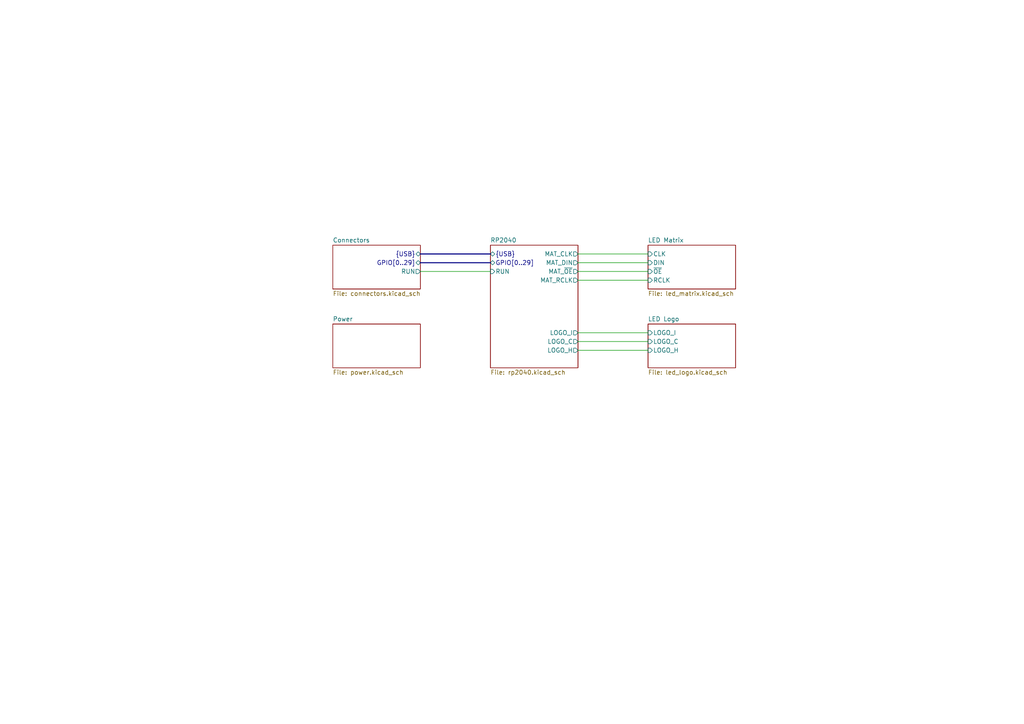
<source format=kicad_sch>
(kicad_sch
	(version 20231120)
	(generator "eeschema")
	(generator_version "8.0")
	(uuid "873aa92a-c356-468c-88f1-b24ea3bfbd4d")
	(paper "A4")
	(lib_symbols)
	(wire
		(pts
			(xy 167.64 76.2) (xy 187.96 76.2)
		)
		(stroke
			(width 0)
			(type default)
		)
		(uuid "1e09baaf-23fe-4a73-8ace-a327caac48b9")
	)
	(wire
		(pts
			(xy 167.64 96.52) (xy 187.96 96.52)
		)
		(stroke
			(width 0)
			(type default)
		)
		(uuid "1f9790c1-640b-4e35-b37b-d2ff0c824bc3")
	)
	(wire
		(pts
			(xy 167.64 73.66) (xy 187.96 73.66)
		)
		(stroke
			(width 0)
			(type default)
		)
		(uuid "5f17ef90-8e6f-4c98-9968-a8f447c07da2")
	)
	(wire
		(pts
			(xy 167.64 81.28) (xy 187.96 81.28)
		)
		(stroke
			(width 0)
			(type default)
		)
		(uuid "bc85ac72-0d0c-4af7-85c5-8c34c60c00fb")
	)
	(bus
		(pts
			(xy 121.92 76.2) (xy 142.24 76.2)
		)
		(stroke
			(width 0)
			(type default)
		)
		(uuid "c1ab7ab1-1812-4a5f-9c89-eb1696610ec7")
	)
	(wire
		(pts
			(xy 167.64 101.6) (xy 187.96 101.6)
		)
		(stroke
			(width 0)
			(type default)
		)
		(uuid "c34bf976-c771-4b82-a3b3-2899bcba7684")
	)
	(wire
		(pts
			(xy 121.92 78.74) (xy 142.24 78.74)
		)
		(stroke
			(width 0)
			(type default)
		)
		(uuid "d05935da-8eb4-4378-9f99-032bc85bd8f7")
	)
	(wire
		(pts
			(xy 167.64 99.06) (xy 187.96 99.06)
		)
		(stroke
			(width 0)
			(type default)
		)
		(uuid "d58b4189-e44c-466f-8354-ae0a32021d81")
	)
	(bus
		(pts
			(xy 121.92 73.66) (xy 142.24 73.66)
		)
		(stroke
			(width 0)
			(type default)
		)
		(uuid "e616f0a1-59d0-497c-b16c-1e371fbb9e03")
	)
	(wire
		(pts
			(xy 167.64 78.74) (xy 187.96 78.74)
		)
		(stroke
			(width 0)
			(type default)
		)
		(uuid "f2e640f9-df47-48bd-8639-875be31033ac")
	)
	(sheet
		(at 96.52 93.98)
		(size 25.4 12.7)
		(fields_autoplaced yes)
		(stroke
			(width 0.1524)
			(type solid)
		)
		(fill
			(color 0 0 0 0.0000)
		)
		(uuid "085f96b2-1525-4782-b84d-199f4d00e289")
		(property "Sheetname" "Power"
			(at 96.52 93.2684 0)
			(effects
				(font
					(size 1.27 1.27)
				)
				(justify left bottom)
			)
		)
		(property "Sheetfile" "power.kicad_sch"
			(at 96.52 107.2646 0)
			(effects
				(font
					(size 1.27 1.27)
				)
				(justify left top)
			)
		)
		(instances
			(project "badge_v2"
				(path "/873aa92a-c356-468c-88f1-b24ea3bfbd4d"
					(page "6")
				)
			)
		)
	)
	(sheet
		(at 187.96 71.12)
		(size 25.4 12.7)
		(fields_autoplaced yes)
		(stroke
			(width 0.1524)
			(type solid)
		)
		(fill
			(color 0 0 0 0.0000)
		)
		(uuid "16113699-8918-4b64-97cb-e97e0d035ee4")
		(property "Sheetname" "LED Matrix"
			(at 187.96 70.4084 0)
			(effects
				(font
					(size 1.27 1.27)
				)
				(justify left bottom)
			)
		)
		(property "Sheetfile" "led_matrix.kicad_sch"
			(at 187.96 84.4046 0)
			(effects
				(font
					(size 1.27 1.27)
				)
				(justify left top)
			)
		)
		(pin "RCLK" input
			(at 187.96 81.28 180)
			(effects
				(font
					(size 1.27 1.27)
				)
				(justify left)
			)
			(uuid "f5cba1e8-3cdd-4497-8d33-1fc5a7a9be31")
		)
		(pin "DIN" input
			(at 187.96 76.2 180)
			(effects
				(font
					(size 1.27 1.27)
				)
				(justify left)
			)
			(uuid "a5ba19b2-9f8c-4669-8753-619ffbecb65d")
		)
		(pin "CLK" input
			(at 187.96 73.66 180)
			(effects
				(font
					(size 1.27 1.27)
				)
				(justify left)
			)
			(uuid "dca4b33e-0d2c-459e-8d70-ed7620b492c2")
		)
		(pin "~{OE}" input
			(at 187.96 78.74 180)
			(effects
				(font
					(size 1.27 1.27)
				)
				(justify left)
			)
			(uuid "0f56106c-9a23-49bf-817f-a7f11d87b6b6")
		)
		(instances
			(project "badge_v2"
				(path "/873aa92a-c356-468c-88f1-b24ea3bfbd4d"
					(page "2")
				)
			)
		)
	)
	(sheet
		(at 187.96 93.98)
		(size 25.4 12.7)
		(fields_autoplaced yes)
		(stroke
			(width 0.1524)
			(type solid)
		)
		(fill
			(color 0 0 0 0.0000)
		)
		(uuid "a22609e1-2038-490b-9edd-b3fba8f0ebb9")
		(property "Sheetname" "LED Logo"
			(at 187.96 93.2684 0)
			(effects
				(font
					(size 1.27 1.27)
				)
				(justify left bottom)
			)
		)
		(property "Sheetfile" "led_logo.kicad_sch"
			(at 187.96 107.2646 0)
			(effects
				(font
					(size 1.27 1.27)
				)
				(justify left top)
			)
		)
		(pin "LOGO_I" input
			(at 187.96 96.52 180)
			(effects
				(font
					(size 1.27 1.27)
				)
				(justify left)
			)
			(uuid "8c713e02-4e98-4839-b842-0435a15fdf3d")
		)
		(pin "LOGO_H" input
			(at 187.96 101.6 180)
			(effects
				(font
					(size 1.27 1.27)
				)
				(justify left)
			)
			(uuid "1e62cda8-919b-4d10-bc76-df2ad3ec546f")
		)
		(pin "LOGO_C" input
			(at 187.96 99.06 180)
			(effects
				(font
					(size 1.27 1.27)
				)
				(justify left)
			)
			(uuid "7fb298c3-22a3-4770-878e-5b6754859998")
		)
		(instances
			(project "badge_v2"
				(path "/873aa92a-c356-468c-88f1-b24ea3bfbd4d"
					(page "7")
				)
			)
		)
	)
	(sheet
		(at 96.52 71.12)
		(size 25.4 12.7)
		(fields_autoplaced yes)
		(stroke
			(width 0.1524)
			(type solid)
		)
		(fill
			(color 0 0 0 0.0000)
		)
		(uuid "b43ef52b-dd07-4774-9873-f2cac89ebf50")
		(property "Sheetname" "Connectors"
			(at 96.52 70.4084 0)
			(effects
				(font
					(size 1.27 1.27)
				)
				(justify left bottom)
			)
		)
		(property "Sheetfile" "connectors.kicad_sch"
			(at 96.52 84.4046 0)
			(effects
				(font
					(size 1.27 1.27)
				)
				(justify left top)
			)
		)
		(pin "{USB}" bidirectional
			(at 121.92 73.66 0)
			(effects
				(font
					(size 1.27 1.27)
				)
				(justify right)
			)
			(uuid "9541d1fb-fb1b-4052-a43a-5bf0efe72601")
		)
		(pin "RUN" output
			(at 121.92 78.74 0)
			(effects
				(font
					(size 1.27 1.27)
				)
				(justify right)
			)
			(uuid "c33339b3-75be-4780-8453-b1150fab3698")
		)
		(pin "GPIO[0..29]" bidirectional
			(at 121.92 76.2 0)
			(effects
				(font
					(size 1.27 1.27)
				)
				(justify right)
			)
			(uuid "b8b9193a-72c9-448d-9b42-4b9ebb808dca")
		)
		(instances
			(project "badge_v2"
				(path "/873aa92a-c356-468c-88f1-b24ea3bfbd4d"
					(page "5")
				)
			)
		)
	)
	(sheet
		(at 142.24 71.12)
		(size 25.4 35.56)
		(fields_autoplaced yes)
		(stroke
			(width 0.1524)
			(type solid)
		)
		(fill
			(color 0 0 0 0.0000)
		)
		(uuid "e9969bfb-abe6-46c1-9ac5-9a6ae08f7213")
		(property "Sheetname" "RP2040"
			(at 142.24 70.4084 0)
			(effects
				(font
					(size 1.27 1.27)
				)
				(justify left bottom)
			)
		)
		(property "Sheetfile" "rp2040.kicad_sch"
			(at 142.24 107.2646 0)
			(effects
				(font
					(size 1.27 1.27)
				)
				(justify left top)
			)
		)
		(pin "{USB}" bidirectional
			(at 142.24 73.66 180)
			(effects
				(font
					(size 1.27 1.27)
				)
				(justify left)
			)
			(uuid "5f1fb181-9c51-42c5-a758-b378e1c17f2d")
		)
		(pin "MAT_CLK" output
			(at 167.64 73.66 0)
			(effects
				(font
					(size 1.27 1.27)
				)
				(justify right)
			)
			(uuid "6fba6a76-bcd7-4456-b3fa-11c351347576")
		)
		(pin "MAT_DIN" output
			(at 167.64 76.2 0)
			(effects
				(font
					(size 1.27 1.27)
				)
				(justify right)
			)
			(uuid "fa2dce1c-d14f-4b2c-b36b-9d7545963ec5")
		)
		(pin "MAT_RCLK" output
			(at 167.64 81.28 0)
			(effects
				(font
					(size 1.27 1.27)
				)
				(justify right)
			)
			(uuid "4c3f3456-8471-4104-8cac-28662afa7bb6")
		)
		(pin "MAT_~{OE}" output
			(at 167.64 78.74 0)
			(effects
				(font
					(size 1.27 1.27)
				)
				(justify right)
			)
			(uuid "38f7f3f0-e6c8-4dd3-bac4-901c34a3baf8")
		)
		(pin "LOGO_C" output
			(at 167.64 99.06 0)
			(effects
				(font
					(size 1.27 1.27)
				)
				(justify right)
			)
			(uuid "0de4043e-27af-475c-a636-3a40a543f470")
		)
		(pin "LOGO_I" output
			(at 167.64 96.52 0)
			(effects
				(font
					(size 1.27 1.27)
				)
				(justify right)
			)
			(uuid "03e0ab84-cca6-40b1-b1a9-75c4bb0066db")
		)
		(pin "LOGO_H" output
			(at 167.64 101.6 0)
			(effects
				(font
					(size 1.27 1.27)
				)
				(justify right)
			)
			(uuid "152e9063-be5d-4a42-8df1-68e406d402a2")
		)
		(pin "RUN" input
			(at 142.24 78.74 180)
			(effects
				(font
					(size 1.27 1.27)
				)
				(justify left)
			)
			(uuid "ec709416-db84-4143-a38d-1fb8435bb5bc")
		)
		(pin "GPIO[0..29]" bidirectional
			(at 142.24 76.2 180)
			(effects
				(font
					(size 1.27 1.27)
				)
				(justify left)
			)
			(uuid "33a4792c-0c34-4d16-840b-8823ceaea64c")
		)
		(instances
			(project "badge_v2"
				(path "/873aa92a-c356-468c-88f1-b24ea3bfbd4d"
					(page "4")
				)
			)
		)
	)
	(sheet_instances
		(path "/"
			(page "1")
		)
	)
)

</source>
